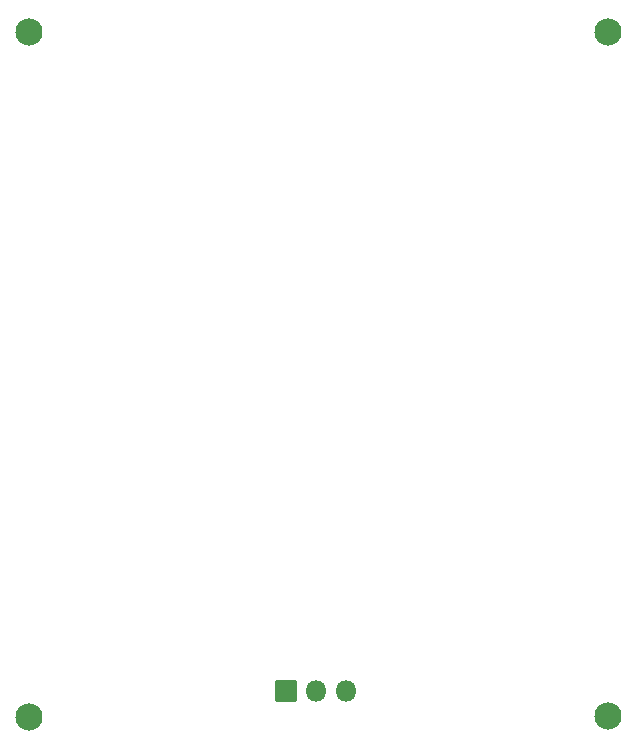
<source format=gbs>
%TF.GenerationSoftware,KiCad,Pcbnew,(6.0.4-0)*%
%TF.CreationDate,2022-04-21T20:04:49-07:00*%
%TF.ProjectId,Labpass RFID Reader - Mez,4c616270-6173-4732-9052-464944205265,0.1.0*%
%TF.SameCoordinates,Original*%
%TF.FileFunction,Soldermask,Bot*%
%TF.FilePolarity,Negative*%
%FSLAX46Y46*%
G04 Gerber Fmt 4.6, Leading zero omitted, Abs format (unit mm)*
G04 Created by KiCad (PCBNEW (6.0.4-0)) date 2022-04-21 20:04:49*
%MOMM*%
%LPD*%
G01*
G04 APERTURE LIST*
G04 Aperture macros list*
%AMRoundRect*
0 Rectangle with rounded corners*
0 $1 Rounding radius*
0 $2 $3 $4 $5 $6 $7 $8 $9 X,Y pos of 4 corners*
0 Add a 4 corners polygon primitive as box body*
4,1,4,$2,$3,$4,$5,$6,$7,$8,$9,$2,$3,0*
0 Add four circle primitives for the rounded corners*
1,1,$1+$1,$2,$3*
1,1,$1+$1,$4,$5*
1,1,$1+$1,$6,$7*
1,1,$1+$1,$8,$9*
0 Add four rect primitives between the rounded corners*
20,1,$1+$1,$2,$3,$4,$5,0*
20,1,$1+$1,$4,$5,$6,$7,0*
20,1,$1+$1,$6,$7,$8,$9,0*
20,1,$1+$1,$8,$9,$2,$3,0*%
G04 Aperture macros list end*
%ADD10C,2.301600*%
%ADD11RoundRect,0.050800X0.850000X-0.850000X0.850000X0.850000X-0.850000X0.850000X-0.850000X-0.850000X0*%
%ADD12O,1.801600X1.801600*%
G04 APERTURE END LIST*
D10*
%TO.C,REF\u002A\u002A*%
X163923097Y-60590005D03*
%TD*%
%TO.C,REF\u002A\u002A*%
X163963097Y-118580005D03*
%TD*%
D11*
%TO.C,J1*%
X136660000Y-116400000D03*
D12*
X139200000Y-116400000D03*
X141740000Y-116400000D03*
%TD*%
D10*
%TO.C,REF\u002A\u002A*%
X114953097Y-118590005D03*
%TD*%
%TO.C,REF\u002A\u002A*%
X114913097Y-60610005D03*
%TD*%
M02*

</source>
